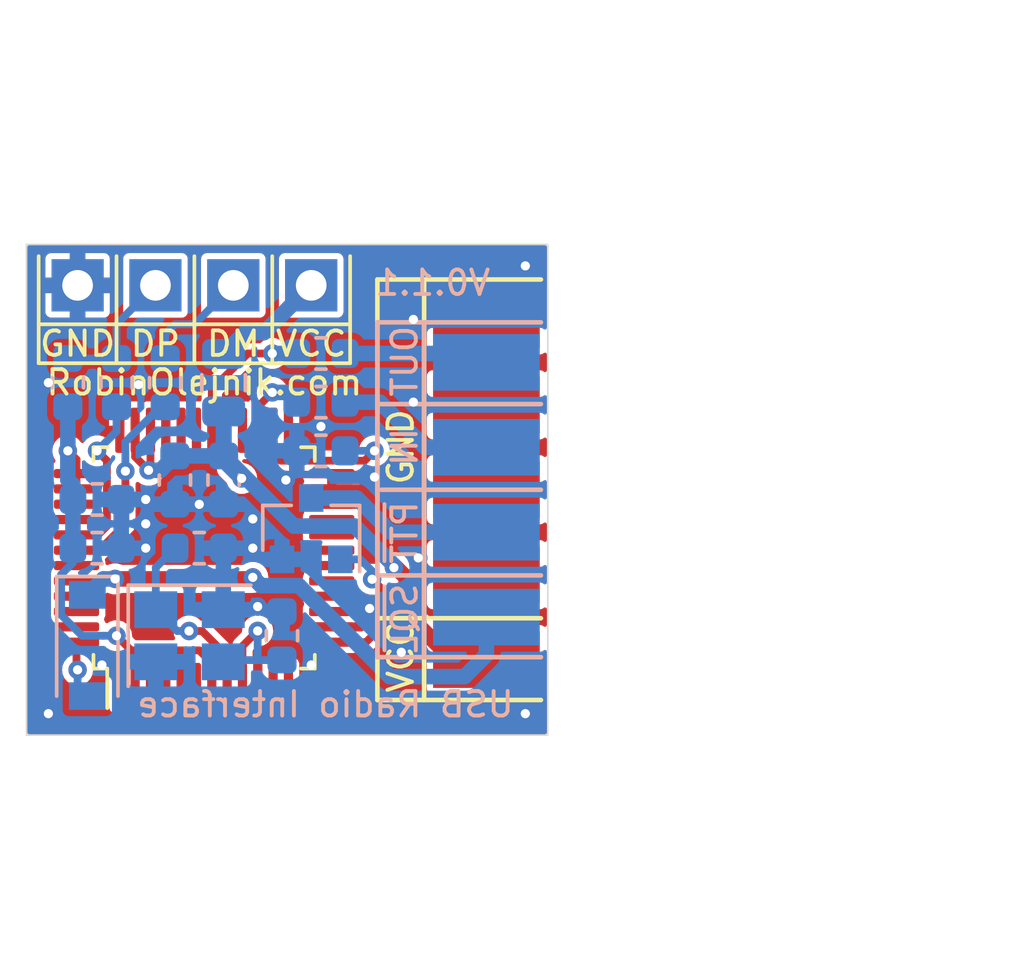
<source format=kicad_pcb>
(kicad_pcb (version 20240108) (generator "pcbnew") (generator_version "8.0")
  (title_block (title "Mini USB Radio Interface") (date "2024-05-01") (rev "0.1.1") (company "Robin Olejnik") (comment 2 "License: MIT") (comment 3 "www.robinolejnik.com") (comment 4 "https://github.com/robinolejnik/mini-usb-radio-interface"))
  (layers (0 "F.Cu" signal) (31 "B.Cu" signal) (34 "B.Paste" user) (35 "F.Paste" user) (36 "B.SilkS" user "B.Silkscreen") (37 "F.SilkS" user "F.Silkscreen") (38 "B.Mask" user) (39 "F.Mask" user) (44 "Edge.Cuts" user))
  (net 0 "")
  (net 1 "GND")
  (net 2 "VCC")
  (net 3 "+3V3")
  (net 4 "Net-(U1-XI)")
  (net 5 "Net-(U1-XO)")
  (net 6 "AUDIO_OUT")
  (net 7 "Net-(U1-BGREF)")
  (net 8 "AUDIO_IN")
  (net 9 "SQUELCH")
  (net 10 "PTT")
  (net 11 "Net-(U1-LOL)")
  (net 12 "Net-(U1-MICIN)")
  (net 13 "Net-(D1-A)")
  (net 14 "Net-(J1-Pin_1)")
  (net 15 "Net-(J2-Pin_1)")
  (net 16 "Net-(J3-Pin_1)")
  (net 17 "Net-(Q1-G)")
  (net 18 "Net-(U1-USBDM)")
  (net 19 "Net-(U1-USBDP)")
  (footprint "Connector_Dsub:DSUB-9_Male_EdgeMount_P2.77mm" (layer "F.Cu") (at 177.8 101.6 90)
    (property "Reference" "J5" (hide yes))
    (property "Value" "DB9_Male")
    (fp_line (start 5.461 -3.556) (end 5.461 -2.159) (stroke (width 0.15)) (layer "B.SilkS"))
    (fp_line (start 2.794 -3.556) (end 2.794 1.778) (stroke (width 0.15)) (layer "B.SilkS"))
    (fp_line (start -2.794 -3.556) (end 5.461 -3.556) (stroke (width 0.15)) (layer "B.SilkS"))
    (fp_line (start -2.794 -3.556) (end -5.461 -3.556) (stroke (width 0.15)) (layer "B.SilkS"))
    (fp_line (start -5.461 -3.556) (end -5.461 -2.159) (stroke (width 0.15)) (layer "B.SilkS"))
    (fp_line (start 0 -3.429) (end 0 1.778) (stroke (width 0.15)) (layer "B.SilkS"))
    (fp_line (start 5.461 -2.159) (end 5.461 1.778) (stroke (width 0.15)) (layer "B.SilkS"))
    (fp_line (start -2.794 -2.159) (end -2.794 -3.556) (stroke (width 0.15)) (layer "B.SilkS"))
    (fp_line (start -5.461 -2.159) (end -5.461 1.778) (stroke (width 0.15)) (layer "B.SilkS"))
    (fp_line (start -2.794 -2.032) (end 5.461 -2.032) (stroke (width 0.15)) (layer "B.SilkS"))
    (fp_line (start -2.794 -2.032) (end -5.461 -2.032) (stroke (width 0.15)) (layer "B.SilkS"))
    (fp_line (start -2.794 1.778) (end -2.794 -2.159) (stroke (width 0.15)) (layer "B.SilkS"))
    (fp_line (start 6.858 -3.556) (end 6.858 1.778) (stroke (width 0.15)) (layer "F.SilkS"))
    (fp_line (start -4.191 -3.556) (end 6.858 -3.556) (stroke (width 0.15)) (layer "F.SilkS"))
    (fp_line (start -4.191 -3.556) (end -6.858 -3.556) (stroke (width 0.15)) (layer "F.SilkS"))
    (fp_line (start -6.858 -3.556) (end -6.858 1.778) (stroke (width 0.15)) (layer "F.SilkS"))
    (fp_line (start 6.858 -2.032) (end -6.858 -2.032) (stroke (width 0.15)) (layer "F.SilkS"))
    (fp_line (start -4.191 1.778) (end -4.191 -3.556) (stroke (width 0.15)) (layer "F.SilkS"))
    (fp_text user "~{SQL}" (at -4.191 -2.667 90) (layer "B.SilkS") (effects (font (size 0.8 0.8) (thickness 0.125)) (justify mirror)))
    (fp_text user "OUT" (at 4.191 -2.667 90) (layer "B.SilkS") (effects (font (size 0.8 0.8) (thickness 0.125)) (justify mirror)))
    (fp_text user "IN" (at 1.397 -2.667 90) (layer "B.SilkS") (effects (font (size 0.8 0.8) (thickness 0.125)) (justify mirror)))
    (fp_text user "~{PTT}" (at -1.397 -2.667 90) (layer "B.SilkS") (effects (font (size 0.8 0.8) (thickness 0.125)) (justify mirror)))
    (fp_text user "GND" (at 1.397 -2.794 90) (layer "F.SilkS") (effects (font (size 0.8 0.8) (thickness 0.125))))
    (fp_text user "VCC" (at -5.461 -2.794 90) (layer "F.SilkS") (effects (font (size 0.8 0.8) (thickness 0.125))))
    (pad "1" smd rect (at -5.54 0 90) (size 1.846667 3.48) (layers "F.Cu" "F.Mask") (net 2 "VCC"))
    (pad "2" smd rect (at -2.77 0 90) (size 1.846667 3.48) (layers "F.Cu" "F.Mask") (net 1 "GND"))
    (pad "3" smd rect (at 0 0 90) (size 1.846667 3.48) (layers "F.Cu" "F.Mask") (net 1 "GND"))
    (pad "4" smd rect (at 2.77 0 90) (size 1.846667 3.48) (layers "F.Cu" "F.Mask") (net 1 "GND"))
    (pad "5" smd rect (at 5.54 0 90) (size 1.846667 3.48) (layers "F.Cu" "F.Mask") (net 1 "GND"))
    (pad "6" smd rect (at -4.155 0 90) (size 1.846667 3.48) (layers "B.Cu" "B.Mask") (net 9 "SQUELCH"))
    (pad "7" smd rect (at -1.385 0 90) (size 1.846667 3.48) (layers "B.Cu" "B.Mask") (net 10 "PTT"))
    (pad "8" smd rect (at 1.385 0 90) (size 1.846667 3.48) (layers "B.Cu" "B.Mask") (net 8 "AUDIO_IN"))
    (pad "9" smd rect (at 4.155 0 90) (size 1.846667 3.48) (layers "B.Cu" "B.Mask") (net 6 "AUDIO_OUT"))
  )
  (footprint "Connector_PinHeader_2.54mm:PinHeader_1x01_P2.54mm_Vertical" (layer "F.Cu") (at 167.005 94.9325)
    (property "Reference" "J2" (hide yes))
    (property "Value" "DP" (at 0 1.905 0) (layer "F.SilkS") (effects (font (size 0.8 0.8) (thickness 0.125))))
    (pad "1" thru_hole rect (at 0 0) (size 1.7 1.7) (drill 1) (layers "*.Cu" "*.Mask") (net 15 "Net-(J2-Pin_1)"))
  )
  (footprint "Connector_PinHeader_2.54mm:PinHeader_1x01_P2.54mm_Vertical" (layer "F.Cu") (at 172.085 94.9325)
    (property "Reference" "J1" (hide yes))
    (property "Value" "VCC" (at 0 1.905 0) (layer "F.SilkS") (effects (font (size 0.8 0.8) (thickness 0.125))))
    (pad "1" thru_hole rect (at 0 0) (size 1.7 1.7) (drill 1) (layers "*.Cu" "*.Mask") (net 14 "Net-(J1-Pin_1)"))
  )
  (footprint "Connector_PinHeader_2.54mm:PinHeader_1x01_P2.54mm_Vertical" (layer "F.Cu") (at 169.545 94.9325)
    (property "Reference" "J3" (hide yes))
    (property "Value" "DM" (at 0 1.905 180) (layer "F.SilkS") (effects (font (size 0.8 0.8) (thickness 0.125))))
    (pad "1" thru_hole rect (at 0 0) (size 1.7 1.7) (drill 1) (layers "*.Cu" "*.Mask") (net 16 "Net-(J3-Pin_1)"))
  )
  (footprint "Connector_PinHeader_2.54mm:PinHeader_1x01_P2.54mm_Vertical" (layer "F.Cu") (at 164.465 94.9325)
    (property "Reference" "J4" (hide yes))
    (property "Value" "GND" (at 0 1.905 0) (layer "F.SilkS") (effects (font (size 0.8 0.8) (thickness 0.125))))
    (pad "1" thru_hole rect (at 0 0) (size 1.7 1.7) (drill 1) (layers "*.Cu" "*.Mask") (net 1 "GND"))
  )
  (footprint "Package_QFP:LQFP-48_7x7mm_P0.5mm" (layer "F.Cu") (at 168.5925 103.8225 90)
    (property "Reference" "U1" (hide yes))
    (property "Value" "CM108AH")
    (fp_line (start 3.61 -3.61) (end 3.61 -3.16) (stroke (width 0.12)) (layer "F.SilkS"))
    (fp_line (start 3.16 -3.61) (end 3.61 -3.61) (stroke (width 0.12)) (layer "F.SilkS"))
    (fp_line (start -3.16 -3.61) (end -3.61 -3.61) (stroke (width 0.12)) (layer "F.SilkS"))
    (fp_line (start -3.61 -3.61) (end -3.61 -3.16) (stroke (width 0.12)) (layer "F.SilkS"))
    (fp_line (start -3.61 -3.16) (end -4.9 -3.16) (stroke (width 0.12)) (layer "F.SilkS"))
    (fp_line (start 3.61 3.61) (end 3.61 3.16) (stroke (width 0.12)) (layer "F.SilkS"))
    (fp_line (start 3.16 3.61) (end 3.61 3.61) (stroke (width 0.12)) (layer "F.SilkS"))
    (fp_line (start -3.16 3.61) (end -3.61 3.61) (stroke (width 0.12)) (layer "F.SilkS"))
    (fp_line (start -3.61 3.61) (end -3.61 3.16) (stroke (width 0.12)) (layer "F.SilkS"))
    (pad "1" smd roundrect (at -4.1625 -2.75 90) (size 1.475 0.3) (layers "F.Cu" "F.Paste" "F.Mask"))
    (pad "2" smd roundrect (at -4.1625 -2.25 90) (size 1.475 0.3) (layers "F.Cu" "F.Paste" "F.Mask"))
    (pad "3" smd roundrect (at -4.1625 -1.75 90) (size 1.475 0.3) (layers "F.Cu" "F.Paste" "F.Mask"))
    (pad "4" smd roundrect (at -4.1625 -1.25 90) (size 1.475 0.3) (layers "F.Cu" "F.Paste" "F.Mask"))
    (pad "5" smd roundrect (at -4.1625 -0.75 90) (size 1.475 0.3) (layers "F.Cu" "F.Paste" "F.Mask"))
    (pad "6" smd roundrect (at -4.1625 -0.25 90) (size 1.475 0.3) (layers "F.Cu" "F.Paste" "F.Mask"))
    (pad "7" smd roundrect (at -4.1625 0.25 90) (size 1.475 0.3) (layers "F.Cu" "F.Paste" "F.Mask") (net 3 "+3V3"))
    (pad "8" smd roundrect (at -4.1625 0.75 90) (size 1.475 0.3) (layers "F.Cu" "F.Paste" "F.Mask") (net 4 "Net-(U1-XI)"))
    (pad "9" smd roundrect (at -4.1625 1.25 90) (size 1.475 0.3) (layers "F.Cu" "F.Paste" "F.Mask") (net 5 "Net-(U1-XO)"))
    (pad "10" smd roundrect (at -4.1625 1.75 90) (size 1.475 0.3) (layers "F.Cu" "F.Paste" "F.Mask") (net 1 "GND"))
    (pad "11" smd roundrect (at -4.1625 2.25 90) (size 1.475 0.3) (layers "F.Cu" "F.Paste" "F.Mask"))
    (pad "12" smd roundrect (at -4.1625 2.75 90) (size 1.475 0.3) (layers "F.Cu" "F.Paste" "F.Mask"))
    (pad "13" smd roundrect (at -2.75 4.1625 90) (size 0.3 1.475) (layers "F.Cu" "F.Paste" "F.Mask") (net 17 "Net-(Q1-G)"))
    (pad "14" smd roundrect (at -2.25 4.1625 90) (size 0.3 1.475) (layers "F.Cu" "F.Paste" "F.Mask") (net 1 "GND"))
    (pad "15" smd roundrect (at -1.75 4.1625 90) (size 0.3 1.475) (layers "F.Cu" "F.Paste" "F.Mask"))
    (pad "16" smd roundrect (at -1.25 4.1625 90) (size 0.3 1.475) (layers "F.Cu" "F.Paste" "F.Mask"))
    (pad "17" smd roundrect (at -0.75 4.1625 90) (size 0.3 1.475) (layers "F.Cu" "F.Paste" "F.Mask"))
    (pad "18" smd roundrect (at -0.25 4.1625 90) (size 0.3 1.475) (layers "F.Cu" "F.Paste" "F.Mask"))
    (pad "19" smd roundrect (at 0.25 4.1625 90) (size 0.3 1.475) (layers "F.Cu" "F.Paste" "F.Mask"))
    (pad "20" smd roundrect (at 0.75 4.1625 90) (size 0.3 1.475) (layers "F.Cu" "F.Paste" "F.Mask"))
    (pad "21" smd roundrect (at 1.25 4.1625 90) (size 0.3 1.475) (layers "F.Cu" "F.Paste" "F.Mask"))
    (pad "22" smd roundrect (at 1.75 4.1625 90) (size 0.3 1.475) (layers "F.Cu" "F.Paste" "F.Mask") (net 1 "GND"))
    (pad "23" smd roundrect (at 2.25 4.1625 90) (size 0.3 1.475) (layers "F.Cu" "F.Paste" "F.Mask") (net 1 "GND"))
    (pad "24" smd roundrect (at 2.75 4.1625 90) (size 0.3 1.475) (layers "F.Cu" "F.Paste" "F.Mask") (net 1 "GND"))
    (pad "25" smd roundrect (at 4.1625 2.75 90) (size 1.475 0.3) (layers "F.Cu" "F.Paste" "F.Mask"))
    (pad "26" smd roundrect (at 4.1625 2.25 90) (size 1.475 0.3) (layers "F.Cu" "F.Paste" "F.Mask") (net 7 "Net-(U1-BGREF)"))
    (pad "27" smd roundrect (at 4.1625 1.75 90) (size 1.475 0.3) (layers "F.Cu" "F.Paste" "F.Mask") (net 12 "Net-(U1-MICIN)"))
    (pad "28" smd roundrect (at 4.1625 1.25 90) (size 1.475 0.3) (layers "F.Cu" "F.Paste" "F.Mask"))
    (pad "29" smd roundrect (at 4.1625 0.75 90) (size 1.475 0.3) (layers "F.Cu" "F.Paste" "F.Mask") (net 2 "VCC"))
    (pad "30" smd roundrect (at 4.1625 0.25 90) (size 1.475 0.3) (layers "F.Cu" "F.Paste" "F.Mask") (net 11 "Net-(U1-LOL)"))
    (pad "31" smd roundrect (at 4.1625 -0.25 90) (size 1.475 0.3) (layers "F.Cu" "F.Paste" "F.Mask"))
    (pad "32" smd roundrect (at 4.1625 -0.75 90) (size 1.475 0.3) (layers "F.Cu" "F.Paste" "F.Mask"))
    (pad "33" smd roundrect (at 4.1625 -1.25 90) (size 1.475 0.3) (layers "F.Cu" "F.Paste" "F.Mask") (net 1 "GND"))
    (pad "34" smd roundrect (at 4.1625 -1.75 90) (size 1.475 0.3) (layers "F.Cu" "F.Paste" "F.Mask") (net 2 "VCC"))
    (pad "35" smd roundrect (at 4.1625 -2.25 90) (size 1.475 0.3) (layers "F.Cu" "F.Paste" "F.Mask") (net 2 "VCC"))
    (pad "36" smd roundrect (at 4.1625 -2.75 90) (size 1.475 0.3) (layers "F.Cu" "F.Paste" "F.Mask") (net 1 "GND"))
    (pad "37" smd roundrect (at 2.75 -4.1625 90) (size 0.3 1.475) (layers "F.Cu" "F.Paste" "F.Mask") (net 3 "+3V3"))
    (pad "38" smd roundrect (at 2.25 -4.1625 90) (size 0.3 1.475) (layers "F.Cu" "F.Paste" "F.Mask") (net 3 "+3V3"))
    (pad "39" smd roundrect (at 1.75 -4.1625 90) (size 0.3 1.475) (layers "F.Cu" "F.Paste" "F.Mask"))
    (pad "40" smd roundrect (at 1.25 -4.1625 90) (size 0.3 1.475) (layers "F.Cu" "F.Paste" "F.Mask"))
    (pad "41" smd roundrect (at 0.75 -4.1625 90) (size 0.3 1.475) (layers "F.Cu" "F.Paste" "F.Mask") (net 19 "Net-(U1-USBDP)"))
    (pad "42" smd roundrect (at 0.25 -4.1625 90) (size 0.3 1.475) (layers "F.Cu" "F.Paste" "F.Mask") (net 18 "Net-(U1-USBDM)"))
    (pad "43" smd roundrect (at -0.25 -4.1625 90) (size 0.3 1.475) (layers "F.Cu" "F.Paste" "F.Mask"))
    (pad "44" smd roundrect (at -0.75 -4.1625 90) (size 0.3 1.475) (layers "F.Cu" "F.Paste" "F.Mask"))
    (pad "45" smd roundrect (at -1.25 -4.1625 90) (size 0.3 1.475) (layers "F.Cu" "F.Paste" "F.Mask"))
    (pad "46" smd roundrect (at -1.75 -4.1625 90) (size 0.3 1.475) (layers "F.Cu" "F.Paste" "F.Mask"))
    (pad "47" smd roundrect (at -2.25 -4.1625 90) (size 0.3 1.475) (layers "F.Cu" "F.Paste" "F.Mask"))
    (pad "48" smd roundrect (at -2.75 -4.1625 90) (size 0.3 1.475) (layers "F.Cu" "F.Paste" "F.Mask") (net 13 "Net-(D1-A)"))
  )
  (footprint "Diode_SMD:D_SOD-123" (layer "B.Cu") (at 164.7825 106.68 -90)
    (property "Reference" "D1" (hide yes))
    (property "Value" "B5819W(BAT46W)")
    (fp_line (start -2.25 1) (end 1.65 1) (stroke (width 0.12)) (layer "B.SilkS"))
    (fp_line (start -2.25 1) (end -2.25 -1) (stroke (width 0.12)) (layer "B.SilkS"))
    (fp_line (start -2.25 -1) (end 1.65 -1) (stroke (width 0.12)) (layer "B.SilkS"))
    (pad "1" smd rect (at -1.65 0 270) (size 0.9 1.2) (layers "B.Cu" "B.Paste" "B.Mask") (net 9 "SQUELCH"))
    (pad "2" smd rect (at 1.65 0 270) (size 0.9 1.2) (layers "B.Cu" "B.Paste" "B.Mask") (net 13 "Net-(D1-A)"))
  )
  (footprint "Capacitor_SMD:C_0603_1608Metric" (layer "B.Cu") (at 169.2275 101.2825 -90)
    (property "Reference" "C3" (hide yes))
    (property "Value" "100n")
    (fp_line (start -0.162779 0.51) (end 0.162779 0.51) (stroke (width 0.12)) (layer "B.SilkS"))
    (fp_line (start -0.162779 -0.51) (end 0.162779 -0.51) (stroke (width 0.12)) (layer "B.SilkS"))
    (pad "1" smd roundrect (at -0.7875 0 270) (size 0.875 0.95) (layers "B.Cu" "B.Paste" "B.Mask") (net 2 "VCC"))
    (pad "2" smd roundrect (at 0.7875 0 270) (size 0.875 0.95) (layers "B.Cu" "B.Paste" "B.Mask") (net 1 "GND"))
  )
  (footprint "Capacitor_SMD:C_0603_1608Metric" (layer "B.Cu") (at 168.43375 103.505)
    (property "Reference" "C1" (hide yes))
    (property "Value" "20p")
    (fp_line (start -0.162779 -0.51) (end 0.162779 -0.51) (stroke (width 0.12)) (layer "B.SilkS"))
    (fp_line (start -0.162779 0.51) (end 0.162779 0.51) (stroke (width 0.12)) (layer "B.SilkS"))
    (pad "1" smd roundrect (at -0.7875 0) (size 0.875 0.95) (layers "B.Cu" "B.Paste" "B.Mask") (net 4 "Net-(U1-XI)"))
    (pad "2" smd roundrect (at 0.7875 0) (size 0.875 0.95) (layers "B.Cu" "B.Paste" "B.Mask") (net 1 "GND"))
  )
  (footprint "Capacitor_SMD:C_0603_1608Metric" (layer "B.Cu") (at 171.1325 106.3625 90)
    (property "Reference" "C2" (hide yes))
    (property "Value" "20p")
    (fp_line (start -0.162779 -0.51) (end 0.162779 -0.51) (stroke (width 0.12)) (layer "B.SilkS"))
    (fp_line (start -0.162779 0.51) (end 0.162779 0.51) (stroke (width 0.12)) (layer "B.SilkS"))
    (pad "1" smd roundrect (at -0.7875 0 90) (size 0.875 0.95) (layers "B.Cu" "B.Paste" "B.Mask") (net 5 "Net-(U1-XO)"))
    (pad "2" smd roundrect (at 0.7875 0 90) (size 0.875 0.95) (layers "B.Cu" "B.Paste" "B.Mask") (net 1 "GND"))
  )
  (footprint "Resistor_SMD:R_0603_1608Metric" (layer "B.Cu") (at 167.3225 98.1075 90)
    (property "Reference" "R1" (hide yes))
    (property "Value" "22")
    (fp_line (start -0.162779 -0.51) (end 0.162779 -0.51) (stroke (width 0.12)) (layer "B.SilkS"))
    (fp_line (start -0.162779 0.51) (end 0.162779 0.51) (stroke (width 0.12)) (layer "B.SilkS"))
    (pad "1" smd roundrect (at -0.7875 0 90) (size 0.875 0.95) (layers "B.Cu" "B.Paste" "B.Mask") (net 18 "Net-(U1-USBDM)"))
    (pad "2" smd roundrect (at 0.7875 0 90) (size 0.875 0.95) (layers "B.Cu" "B.Paste" "B.Mask") (net 16 "Net-(J3-Pin_1)"))
  )
  (footprint "Capacitor_SMD:C_0603_1608Metric" (layer "B.Cu") (at 165.1 101.9175)
    (property "Reference" "C5" (hide yes))
    (property "Value" "100n")
    (fp_line (start -0.162779 -0.51) (end 0.162779 -0.51) (stroke (width 0.12)) (layer "B.SilkS"))
    (fp_line (start -0.162779 0.51) (end 0.162779 0.51) (stroke (width 0.12)) (layer "B.SilkS"))
    (pad "1" smd roundrect (at -0.7875 0) (size 0.875 0.95) (layers "B.Cu" "B.Paste" "B.Mask") (net 3 "+3V3"))
    (pad "2" smd roundrect (at 0.7875 0) (size 0.875 0.95) (layers "B.Cu" "B.Paste" "B.Mask") (net 1 "GND"))
  )
  (footprint "Capacitor_SMD:C_0603_1608Metric" (layer "B.Cu") (at 165.1 103.505)
    (property "Reference" "C6" (hide yes))
    (property "Value" "4.7u")
    (fp_line (start -0.162779 -0.51) (end 0.162779 -0.51) (stroke (width 0.12)) (layer "B.SilkS"))
    (fp_line (start -0.162779 0.51) (end 0.162779 0.51) (stroke (width 0.12)) (layer "B.SilkS"))
    (pad "1" smd roundrect (at -0.7875 0) (size 0.875 0.95) (layers "B.Cu" "B.Paste" "B.Mask") (net 3 "+3V3"))
    (pad "2" smd roundrect (at 0.7875 0) (size 0.875 0.95) (layers "B.Cu" "B.Paste" "B.Mask") (net 1 "GND"))
  )
  (footprint "Capacitor_SMD:C_0603_1608Metric" (layer "B.Cu") (at 172.4025 100.33 180)
    (property "Reference" "C7" (hide yes))
    (property "Value" "4.7u")
    (fp_line (start -0.162779 0.51) (end 0.162779 0.51) (stroke (width 0.12)) (layer "B.SilkS"))
    (fp_line (start -0.162779 -0.51) (end 0.162779 -0.51) (stroke (width 0.12)) (layer "B.SilkS"))
    (pad "1" smd roundrect (at -0.7875 0 180) (size 0.875 0.95) (layers "B.Cu" "B.Paste" "B.Mask") (net 7 "Net-(U1-BGREF)"))
    (pad "2" smd roundrect (at 0.7875 0 180) (size 0.875 0.95) (layers "B.Cu" "B.Paste" "B.Mask") (net 1 "GND"))
  )
  (footprint "Capacitor_SMD:C_0603_1608Metric" (layer "B.Cu") (at 172.4025 97.155 180)
    (property "Reference" "C8" (hide yes))
    (property "Value" "1u")
    (fp_line (start -0.162779 0.51) (end 0.162779 0.51) (stroke (width 0.12)) (layer "B.SilkS"))
    (fp_line (start -0.162779 -0.51) (end 0.162779 -0.51) (stroke (width 0.12)) (layer "B.SilkS"))
    (pad "1" smd roundrect (at -0.7875 0 180) (size 0.875 0.95) (layers "B.Cu" "B.Paste" "B.Mask") (net 6 "AUDIO_OUT"))
    (pad "2" smd roundrect (at 0.7875 0 180) (size 0.875 0.95) (layers "B.Cu" "B.Paste" "B.Mask") (net 11 "Net-(U1-LOL)"))
  )
  (footprint "Capacitor_SMD:C_0603_1608Metric" (layer "B.Cu") (at 172.4025 98.7425 180)
    (property "Reference" "C9" (hide yes))
    (property "Value" "1u")
    (fp_line (start -0.162779 0.51) (end 0.162779 0.51) (stroke (width 0.12)) (layer "B.SilkS"))
    (fp_line (start -0.162779 -0.51) (end 0.162779 -0.51) (stroke (width 0.12)) (layer "B.SilkS"))
    (pad "1" smd roundrect (at -0.7875 0 180) (size 0.875 0.95) (layers "B.Cu" "B.Paste" "B.Mask") (net 8 "AUDIO_IN"))
    (pad "2" smd roundrect (at 0.7875 0 180) (size 0.875 0.95) (layers "B.Cu" "B.Paste" "B.Mask") (net 12 "Net-(U1-MICIN)"))
  )
  (footprint "Package_TO_SOT_SMD:SOT-23" (layer "B.Cu") (at 172.085 102.87 90)
    (property "Reference" "Q1" (hide yes))
    (property "Value" "BSS138")
    (fp_line (start 0.76 -1.58) (end -0.7 -1.58) (stroke (width 0.12)) (layer "B.SilkS"))
    (fp_line (start 0.76 -1.58) (end 0.76 -0.65) (stroke (width 0.12)) (layer "B.SilkS"))
    (fp_line (start 0.76 1.58) (end 0.76 0.65) (stroke (width 0.12)) (layer "B.SilkS"))
    (fp_line (start 0.76 1.58) (end -1.4 1.58) (stroke (width 0.12)) (layer "B.SilkS"))
    (pad "1" smd rect (at -1 0.95 90) (size 0.9 0.8) (layers "B.Cu" "B.Paste" "B.Mask") (net 17 "Net-(Q1-G)"))
    (pad "2" smd rect (at -1 -0.95 90) (size 0.9 0.8) (layers "B.Cu" "B.Paste" "B.Mask") (net 1 "GND"))
    (pad "3" smd rect (at 1 0 90) (size 0.9 0.8) (layers "B.Cu" "B.Paste" "B.Mask") (net 10 "PTT"))
  )
  (footprint "Resistor_SMD:R_0603_1608Metric" (layer "B.Cu") (at 165.735 98.1075 90)
    (property "Reference" "R3" (hide yes))
    (property "Value" "22")
    (fp_line (start -0.162779 -0.51) (end 0.162779 -0.51) (stroke (width 0.12)) (layer "B.SilkS"))
    (fp_line (start -0.162779 0.51) (end 0.162779 0.51) (stroke (width 0.12)) (layer "B.SilkS"))
    (pad "1" smd roundrect (at -0.7875 0 90) (size 0.875 0.95) (layers "B.Cu" "B.Paste" "B.Mask") (net 19 "Net-(U1-USBDP)"))
    (pad "2" smd roundrect (at 0.7875 0 90) (size 0.875 0.95) (layers "B.Cu" "B.Paste" "B.Mask") (net 15 "Net-(J2-Pin_1)"))
  )
  (footprint "Capacitor_SMD:C_0603_1608Metric" (layer "B.Cu") (at 167.64 101.2825 -90)
    (property "Reference" "C4" (hide yes))
    (property "Value" "4.7u")
    (fp_line (start -0.162779 0.51) (end 0.162779 0.51) (stroke (width 0.12)) (layer "B.SilkS"))
    (fp_line (start -0.162779 -0.51) (end 0.162779 -0.51) (stroke (width 0.12)) (layer "B.SilkS"))
    (pad "1" smd roundrect (at -0.7875 0 270) (size 0.875 0.95) (layers "B.Cu" "B.Paste" "B.Mask") (net 2 "VCC"))
    (pad "2" smd roundrect (at 0.7875 0 270) (size 0.875 0.95) (layers "B.Cu" "B.Paste" "B.Mask") (net 1 "GND"))
  )
  (footprint "Resistor_SMD:R_0603_1608Metric" (layer "B.Cu") (at 164.1475 98.1075 -90)
    (property "Reference" "R2" (hide yes))
    (property "Value" "1.5k")
    (fp_line (start -0.162779 0.51) (end 0.162779 0.51) (stroke (width 0.12)) (layer "B.SilkS"))
    (fp_line (start -0.162779 -0.51) (end 0.162779 -0.51) (stroke (width 0.12)) (layer "B.SilkS"))
    (pad "1" smd roundrect (at -0.7875 0 270) (size 0.875 0.95) (layers "B.Cu" "B.Paste" "B.Mask") (net 15 "Net-(J2-Pin_1)"))
    (pad "2" smd roundrect (at 0.7875 0 270) (size 0.875 0.95) (layers "B.Cu" "B.Paste" "B.Mask") (net 3 "+3V3"))
  )
  (footprint "Inductor_SMD:L_0805_2012Metric" (layer "B.Cu") (at 169.2275 98.1075 90)
    (property "Reference" "L1" (hide yes))
    (property "Value" "10u")
    (fp_line (start -0.258578 -0.71) (end 0.258578 -0.71) (stroke (width 0.12)) (layer "B.SilkS"))
    (fp_line (start -0.258578 0.71) (end 0.258578 0.71) (stroke (width 0.12)) (layer "B.SilkS"))
    (pad "1" smd roundrect (at -0.9375 0 90) (size 0.975 1.4) (layers "B.Cu" "B.Paste" "B.Mask") (net 2 "VCC"))
    (pad "2" smd roundrect (at 0.9375 0 90) (size 0.975 1.4) (layers "B.Cu" "B.Paste" "B.Mask") (net 14 "Net-(J1-Pin_1)"))
  )
  (footprint "Crystal:Crystal_SMD_3225-4Pin_3.2x2.5mm" (layer "B.Cu") (at 168.11625 106.3625)
    (property "Reference" "Y1" (hide yes))
    (property "Value" "12M")
    (fp_line (start -2 -1.65) (end 2 -1.65) (stroke (width 0.12)) (layer "B.SilkS"))
    (fp_line (start -2 1.65) (end -2 -1.65) (stroke (width 0.12)) (layer "B.SilkS"))
    (pad "1" smd rect (at -1.1 -0.85) (size 1.4 1.2) (layers "B.Cu" "B.Paste" "B.Mask") (net 4 "Net-(U1-XI)"))
    (pad "2" smd rect (at 1.1 -0.85) (size 1.4 1.2) (layers "B.Cu" "B.Paste" "B.Mask") (net 1 "GND"))
    (pad "3" smd rect (at 1.1 0.85) (size 1.4 1.2) (layers "B.Cu" "B.Paste" "B.Mask") (net 5 "Net-(U1-XO)"))
    (pad "4" smd rect (at -1.1 0.85) (size 1.4 1.2) (layers "B.Cu" "B.Paste" "B.Mask") (net 1 "GND"))
  )
  (gr_line (start 173.355 97.4725) (end 173.355 93.98) (stroke (width 0.12)) (layer "F.SilkS"))
  (gr_line (start 168.275 93.98) (end 168.275 97.4725) (stroke (width 0.12)) (layer "F.SilkS"))
  (gr_line (start 165.735 93.98) (end 165.735 97.4725) (stroke (width 0.12)) (layer "F.SilkS"))
  (gr_line (start 163.195 93.98) (end 163.195 97.4725) (stroke (width 0.12)) (layer "F.SilkS"))
  (gr_line (start 170.815 93.98) (end 170.815 97.4725) (stroke (width 0.12)) (layer "F.SilkS"))
  (gr_line (start 163.195 97.4725) (end 173.355 97.4725) (stroke (width 0.12)) (layer "F.SilkS"))
  (gr_line (start 163.195 96.2025) (end 173.355 96.2025) (stroke (width 0.12)) (layer "F.SilkS"))
  (gr_line (start 162.8 93.6) (end 162.8 109.6) (stroke (width 0.05)) (layer "Edge.Cuts"))
  (gr_line (start 179.8 109.6) (end 162.8 109.6) (stroke (width 0.05)) (layer "Edge.Cuts"))
  (gr_line (start 179.8 93.6) (end 179.8 109.6) (stroke (width 0.05)) (layer "Edge.Cuts"))
  (gr_line (start 179.8 93.6) (end 162.8 93.6) (stroke (width 0.05)) (layer "Edge.Cuts"))
  (gr_text "USB Radio Interface" (at 172.55 108.6 0) (layer "B.SilkS") (effects (font (size 0.8 0.8) (thickness 0.125)) (justify mirror)))
  (gr_text "V0.1.1" (at 176.05 94.85 0) (layer "B.SilkS") (effects (font (size 0.8 0.8) (thickness 0.125)) (justify mirror)))
  (gr_text "RobinOlejnik.com" (at 168.6 98.1 0) (layer "F.SilkS") (effects (font (size 0.8 0.8) (thickness 0.125))))
  (via (at 174.14875 101.18625) (size 0.6) (drill 0.3) (layers "F.Cu" "B.Cu") (net 1))
  (via (at 170.18 102.5525) (size 0.6) (drill 0.3) (layers "F.Cu" "B.Cu") (net 1))
  (via (at 166.6875 103.505) (size 0.6) (drill 0.3) (layers "F.Cu" "B.Cu") (net 1))
  (via (at 168.43375 102.07625) (size 0.6) (drill 0.3) (layers "F.Cu" "B.Cu") (net 1))
  (via (at 173.99 105.4725) (size 0.6) (drill 0.3) (layers "F.Cu" "B.Cu") (net 1))
  (via (at 175.41875 96.04375) (size 0.6) (drill 0.3) (layers "F.Cu" "B.Cu") (net 1))
  (via (at 170.18 103.505) (size 0.6) (drill 0.3) (layers "F.Cu" "B.Cu") (net 1))
  (via (at 172.4025 99.53625) (size 0.6) (drill 0.3) (layers "F.Cu" "B.Cu") (net 1))
  (via (at 175.5775 103.8225) (size 0.6) (drill 0.3) (layers "F.Cu" "B.Cu") (net 1))
  (via (at 163.5125 98.1075) (size 0.6) (drill 0.3) (layers "F.Cu" "B.Cu") (net 1))
  (via (at 166.6875 102.71125) (size 0.6) (drill 0.3) (layers "F.Cu" "B.Cu") (net 1))
  (via (at 165.25875 107.315) (size 0.6) (drill 0.3) (layers "F.Cu" "B.Cu") (net 1))
  (via (at 166.45125 98.17) (size 0.6) (drill 0.3) (layers "F.Cu" "B.Cu") (net 1))
  (via (at 166.6875 101.9175) (size 0.6) (drill 0.3) (layers "F.Cu" "B.Cu") (net 1))
  (via (at 175.02375 106.90125) (size 0.6) (drill 0.3) (layers "F.Cu" "B.Cu") (net 1))
  (via (at 175.41875 98.7425) (size 0.6) (drill 0.3) (layers "F.Cu" "B.Cu") (net 1))
  (via (at 171.2595 101.2825) (size 0.6) (drill 0.3) (layers "F.Cu" "B.Cu") (net 1))
  (via (at 172.085 107.315) (size 0.6) (drill 0.3) (layers "F.Cu" "B.Cu") (net 1))
  (via (at 170.33875 105.41) (size 0.6) (drill 0.3) (layers "F.Cu" "B.Cu") (net 1))
  (via (at 179.07 108.9025) (size 0.6) (drill 0.3) (layers "F.Cu" "B.Cu") (net 1))
  (via (at 179.07 94.2975) (size 0.6) (drill 0.3) (layers "F.Cu" "B.Cu") (net 1))
  (via (at 163.5125 108.9025) (size 0.6) (drill 0.3) (layers "F.Cu" "B.Cu") (net 1))
  (segment (start 175.1825 104.464616) (end 174.857884 104.14) (width 0.508) (layer "F.Cu") (net 2))
  (segment (start 166.3425 100.527539) (end 166.3425 99.66) (width 0.254) (layer "F.Cu") (net 2))
  (segment (start 177.8 107.14) (end 176.69125 107.14) (width 0.508) (layer "F.Cu") (net 2))
  (segment (start 174.857884 104.14) (end 174.783756 104.14) (width 0.508) (layer "F.Cu") (net 2))
  (segment (start 166.6875 100.872997) (end 166.779503 100.965) (width 0.254) (layer "F.Cu") (net 2))
  (segment (start 166.8425 100.902003) (end 166.779503 100.965) (width 0.254) (layer "F.Cu") (net 2))
  (segment (start 166.8425 99.66) (end 166.8425 99.85) (width 0.254) (layer "F.Cu") (net 2))
  (segment (start 169.651012 101.229762) (end 169.3425 100.92125) (width 0.254) (layer "F.Cu") (net 2))
  (segment (start 169.3425 100.5325) (end 169.3425 99.66) (width 0.254) (layer "F.Cu") (net 2))
  (segment (start 166.779503 100.965) (end 166.779503 100.964542) (width 0.254) (layer "F.Cu") (net 2))
  (segment (start 169.815596 101.229762) (end 169.651012 101.229762) (width 0.254) (layer "F.Cu") (net 2))
  (segment (start 166.779503 100.964542) (end 166.3425 100.527539) (width 0.254) (layer "F.Cu") (net 2))
  (segment (start 175.1825 105.63125) (end 175.1825 104.464616) (width 0.508) (layer "F.Cu") (net 2))
  (segment (start 176.69125 107.14) (end 175.1825 105.63125) (width 0.508) (layer "F.Cu") (net 2))
  (segment (start 166.8425 99.66) (end 166.8425 100.902003) (width 0.254) (layer "F.Cu") (net 2))
  (segment (start 169.8425 101.202858) (end 169.815596 101.229762) (width 0.254) (layer "F.Cu") (net 2))
  (segment (start 169.3425 100.92125) (end 169.3425 100.5325) (width 0.254) (layer "F.Cu") (net 2))
  (via (at 174.783756 104.14) (size 0.6) (drill 0.3) (layers "F.Cu" "B.Cu") (net 2))
  (via (at 169.815596 101.229762) (size 0.6) (drill 0.3) (layers "F.Cu" "B.Cu") (net 2))
  (via (at 166.779503 100.965) (size 0.6) (drill 0.3) (layers "F.Cu" "B.Cu") (net 2))
  (segment (start 169.2275 100.495) (end 169.2275 100.641666) (width 0.508) (layer "B.Cu") (net 2))
  (segment (start 171.522301 102.783551) (end 169.2275 100.48875) (width 0.508) (layer "B.Cu") (net 2))
  (segment (start 167.64 100.495) (end 168.90375 100.495) (width 0.508) (layer "B.Cu") (net 2))
  (segment (start 174.783756 104.065874) (end 173.501433 102.783551) (width 0.508) (layer "B.Cu") (net 2))
  (segment (start 166.779503 100.965) (end 167.17 100.965) (width 0.508) (layer "B.Cu") (net 2))
  (segment (start 169.2275 99.045) (end 169.2275 100.495) (width 0.508) (layer "B.Cu") (net 2))
  (segment (start 169.2275 99.5325) (end 169.2275 99.045) (width 0.508) (layer "B.Cu") (net 2))
  (segment (start 174.783756 104.14) (end 174.783756 104.065874) (width 0.508) (layer "B.Cu") (net 2))
  (segment (start 167.17 100.965) (end 167.64 100.495) (width 0.508) (layer "B.Cu") (net 2))
  (segment (start 169.2275 100.48875) (end 169.2275 99.5325) (width 0.508) (layer "B.Cu") (net 2))
  (segment (start 169.2275 100.495) (end 168.90375 100.495) (width 0.508) (layer "B.Cu") (net 2))
  (segment (start 169.2275 100.641666) (end 169.815596 101.229762) (width 0.508) (layer "B.Cu") (net 2))
  (segment (start 173.501433 102.783551) (end 171.522301 102.783551) (width 0.508) (layer "B.Cu") (net 2))
  (segment (start 164.43 100.6125) (end 164.1475 100.33) (width 0.254) (layer "F.Cu") (net 3))
  (segment (start 168.8425 107.985) (end 168.8425 107.2475) (width 0.254) (layer "F.Cu") (net 3))
  (segment (start 164.43 101.0725) (end 164.43 100.6125) (width 0.254) (layer "F.Cu") (net 3))
  (segment (start 168.8425 107.2475) (end 168.43375 106.83875) (width 0.254) (layer "F.Cu") (net 3))
  (segment (start 168.43375 106.83875) (end 166.211264 106.83875) (width 0.254) (layer "F.Cu") (net 3))
  (segment (start 164.43 101.5725) (end 164.43 101.0725) (width 0.254) (layer "F.Cu") (net 3))
  (segment (start 166.211264 106.83875) (end 165.735014 106.3625) (width 0.254) (layer "F.Cu") (net 3))
  (via (at 165.735014 106.3625) (size 0.6) (drill 0.3) (layers "F.Cu" "B.Cu") (net 3))
  (via (at 164.1475 100.33) (size 0.6) (drill 0.3) (layers "F.Cu" "B.Cu") (net 3))
  (segment (start 164.3125 103.505) (end 164.3125 101.9175) (width 0.508) (layer "B.Cu") (net 3))
  (segment (start 164.607798 106.3625) (end 165.31075 106.3625) (width 0.254) (layer "B.Cu") (net 3))
  (segment (start 164.3125 103.505) (end 164.3125 103.98) (width 0.254) (layer "B.Cu") (net 3))
  (segment (start 164.3125 101.4425) (end 164.1475 101.2775) (width 0.508) (layer "B.Cu") (net 3))
  (segment (start 164.3125 103.505) (end 164.3125 103.51125) (width 0.254) (layer "B.Cu") (net 3))
  (segment (start 164.1475 101.2775) (end 164.1475 100.33) (width 0.508) (layer "B.Cu") (net 3))
  (segment (start 163.928499 105.683201) (end 164.607798 106.3625) (width 0.254) (layer "B.Cu") (net 3))
  (segment (start 163.928499 104.364001) (end 163.928499 105.683201) (width 0.254) (layer "B.Cu") (net 3))
  (segment (start 164.1475 100.33) (end 164.1475 98.895) (width 0.508) (layer "B.Cu") (net 3))
  (segment (start 164.3125 103.98) (end 163.928499 104.364001) (width 0.254) (layer "B.Cu") (net 3))
  (segment (start 164.3125 101.9175) (end 164.3125 101.4425) (width 0.508) (layer "B.Cu") (net 3))
  (segment (start 165.31075 106.3625) (end 165.735014 106.3625) (width 0.254) (layer "B.Cu") (net 3))
  (segment (start 169.3425 107.985) (end 169.3425 107.025775) (width 0.254) (layer "F.Cu") (net 4))
  (segment (start 168.524196 106.207473) (end 168.099932 106.207473) (width 0.254) (layer "F.Cu") (net 4))
  (segment (start 169.3425 107.025775) (end 168.524196 106.207473) (width 0.254) (layer "F.Cu") (net 4))
  (via (at 168.099932 106.207473) (size 0.6) (drill 0.3) (layers "F.Cu" "B.Cu") (net 4))
  (segment (start 168.099932 106.207473) (end 167.711223 106.207473) (width 0.254) (layer "B.Cu") (net 4))
  (segment (start 167.711223 106.207473) (end 167.01625 105.5125) (width 0.254) (layer "B.Cu") (net 4))
  (segment (start 167.01625 104.135) (end 167.64625 103.505) (width 0.254) (layer "B.Cu") (net 4))
  (segment (start 167.01625 105.5125) (end 167.01625 104.135) (width 0.254) (layer "B.Cu") (net 4))
  (segment (start 170.33875 106.20375) (end 169.8425 106.7) (width 0.254) (layer "F.Cu") (net 5))
  (segment (start 169.8425 107.985) (end 169.8425 106.7) (width 0.254) (layer "F.Cu") (net 5))
  (via (at 170.33875 106.20375) (size 0.6) (drill 0.3) (layers "F.Cu" "B.Cu") (net 5))
  (segment (start 170.33875 106.20375) (end 170.33875 107.15625) (width 0.254) (layer "B.Cu") (net 5))
  (segment (start 169.21625 107.2125) (end 169.33 107.2125) (width 0.254) (layer "B.Cu") (net 5))
  (segment (start 169.27875 107.15) (end 169.21625 107.2125) (width 0.254) (layer "B.Cu") (net 5))
  (segment (start 171.1325 107.15) (end 171.12625 107.15625) (width 0.254) (layer "B.Cu") (net 5))
  (segment (start 169.38625 107.15625) (end 170.33875 107.15625) (width 0.254) (layer "B.Cu") (net 5))
  (segment (start 169.33 107.2125) (end 169.38625 107.15625) (width 0.254) (layer "B.Cu") (net 5))
  (segment (start 171.12625 107.15625) (end 170.33875 107.15625) (width 0.254) (layer "B.Cu") (net 5))
  (segment (start 177.51 97.155) (end 177.8 97.445) (width 0.508) (layer "B.Cu") (net 6))
  (segment (start 173.19 97.155) (end 177.51 97.155) (width 0.508) (layer "B.Cu") (net 6))
  (segment (start 173.848733 100.629999) (end 174.148732 100.33) (width 0.254) (layer "F.Cu") (net 7))
  (segment (start 173.827222 100.65151) (end 173.848733 100.629999) (width 0.254) (layer "F.Cu") (net 7))
  (segment (start 170.8425 100.3975) (end 171.09651 100.65151) (width 0.254) (layer "F.Cu") (net 7))
  (segment (start 171.09651 100.65151) (end 173.827222 100.65151) (width 0.254) (layer "F.Cu") (net 7))
  (segment (start 170.8425 99.66) (end 170.8425 100.3975) (width 0.254) (layer "F.Cu") (net 7))
  (via (at 174.148732 100.33) (size 0.6) (drill 0.3) (layers "F.Cu" "B.Cu") (net 7))
  (segment (start 173.19 100.33) (end 174.148732 100.33) (width 0.254) (layer "B.Cu") (net 7))
  (segment (start 174.32625 98.7425) (end 173.19 98.7425) (width 0.508) (layer "B.Cu") (net 8))
  (segment (start 177.8 100.215) (end 175.79875 100.215) (width 0.508) (layer "B.Cu") (net 8))
  (segment (start 175.79875 100.215) (end 174.32625 98.7425) (width 0.508) (layer "B.Cu") (net 8))
  (segment (start 170.129104 104.508396) (end 170.18 104.4575) (width 0.508) (layer "F.Cu") (net 9))
  (segment (start 165.687443 104.508396) (end 170.129104 104.508396) (width 0.508) (layer "F.Cu") (net 9))
  (via (at 170.18 104.4575) (size 0.6) (drill 0.3) (layers "F.Cu" "B.Cu") (net 9))
  (via (at 165.687443 104.508396) (size 0.6) (drill 0.3) (layers "F.Cu" "B.Cu") (net 9))
  (segment (start 170.451499 104.728999) (end 171.684865 104.728999) (width 0.508) (layer "B.Cu") (net 9))
  (segment (start 170.18 104.4575) (end 170.451499 104.728999) (width 0.508) (layer "B.Cu") (net 9))
  (segment (start 177.8 106.9825) (end 177.8 105.755) (width 0.508) (layer "B.Cu") (net 9))
  (segment (start 171.684865 104.728999) (end 174.650866 107.695) (width 0.508) (layer "B.Cu") (net 9))
  (segment (start 165.304104 104.508396) (end 164.7825 105.03) (width 0.508) (layer "B.Cu") (net 9))
  (segment (start 165.687443 104.508396) (end 165.304104 104.508396) (width 0.508) (layer "B.Cu") (net 9))
  (segment (start 177.0875 107.695) (end 177.8 106.9825) (width 0.508) (layer "B.Cu") (net 9))
  (segment (start 174.650866 107.695) (end 177.0875 107.695) (width 0.508) (layer "B.Cu") (net 9))
  (segment (start 172.085 101.87) (end 173.57 101.87) (width 0.508) (layer "B.Cu") (net 10))
  (segment (start 173.57 101.87) (end 174.685 102.985) (width 0.508) (layer "B.Cu") (net 10))
  (segment (start 174.685 102.985) (end 177.8 102.985) (width 0.508) (layer "B.Cu") (net 10))
  (segment (start 168.8425 98.33375) (end 170.02125 97.155) (width 0.254) (layer "F.Cu") (net 11))
  (segment (start 170.02125 97.155) (end 170.815 97.155) (width 0.254) (layer "F.Cu") (net 11))
  (segment (start 168.8425 99.66) (end 168.8425 98.33375) (width 0.254) (layer "F.Cu") (net 11))
  (via (at 170.815 97.155) (size 0.6) (drill 0.3) (layers "F.Cu" "B.Cu") (net 11))
  (segment (start 170.815 97.155) (end 171.615 97.155) (width 0.508) (layer "B.Cu") (net 11))
  (segment (start 170.3425 98.897514) (end 170.815014 98.425) (width 0.254) (layer "F.Cu") (net 12))
  (segment (start 170.815014 98.425) (end 170.815028 98.425) (width 0.254) (layer "F.Cu") (net 12))
  (segment (start 170.3425 99.66) (end 170.3425 98.897514) (width 0.254) (layer "F.Cu") (net 12))
  (via (at 170.815028 98.425) (size 0.6) (drill 0.3) (layers "F.Cu" "B.Cu") (net 12))
  (segment (start 171.2975 98.425) (end 171.615 98.7425) (width 0.508) (layer "B.Cu") (net 12))
  (segment (start 171.615 98.7425) (end 171.615 98.73) (width 0.508) (layer "B.Cu") (net 12))
  (segment (start 170.815028 98.425) (end 171.2975 98.425) (width 0.508) (layer "B.Cu") (net 12))
  (segment (start 164.43 107.43875) (end 164.465 107.47375) (width 0.254) (layer "F.Cu") (net 13))
  (segment (start 164.43 106.5725) (end 164.43 107.43875) (width 0.254) (layer "F.Cu") (net 13))
  (via (at 164.465 107.47375) (size 0.6) (drill 0.3) (layers "F.Cu" "B.Cu") (net 13))
  (segment (start 164.7825 108.33) (end 164.68625 108.33) (width 0.254) (layer "B.Cu") (net 13))
  (segment (start 164.465 108.10875) (end 164.465 107.47375) (width 0.254) (layer "B.Cu") (net 13))
  (segment (start 164.68625 108.33) (end 164.465 108.10875) (width 0.254) (layer "B.Cu") (net 13))
  (segment (start 170.543502 96.473998) (end 169.923502 96.473998) (width 0.508) (layer "B.Cu") (net 14))
  (segment (start 172.085 94.9325) (end 170.543502 96.473998) (width 0.508) (layer "B.Cu") (net 14))
  (segment (start 169.923502 96.473998) (end 169.2275 97.17) (width 0.508) (layer "B.Cu") (net 14))
  (segment (start 165.735 96.2025) (end 165.735 97.32) (width 0.254) (layer "B.Cu") (net 15))
  (segment (start 164.1475 97.32) (end 165.735 97.32) (width 0.254) (layer "B.Cu") (net 15))
  (segment (start 167.005 94.9325) (end 165.735 96.2025) (width 0.254) (layer "B.Cu") (net 15))
  (segment (start 167.3225 96.52) (end 167.3225 97.32) (width 0.254) (layer "B.Cu") (net 16))
  (segment (start 168.275 96.2025) (end 167.64 96.2025) (width 0.254) (layer "B.Cu") (net 16))
  (segment (start 167.64 96.2025) (end 167.3225 96.52) (width 0.254) (layer "B.Cu") (net 16))
  (segment (start 169.545 94.9325) (end 168.275 96.2025) (width 0.254) (layer "B.Cu") (net 16))
  (segment (start 174.371249 104.819993) (end 174.07125 104.519994) (width 0.254) (layer "F.Cu") (net 17))
  (segment (start 173.871764 106.5725) (end 174.674489 105.769775) (width 0.254) (layer "F.Cu") (net 17))
  (segment (start 172.755 106.5725) (end 173.871764 106.5725) (width 0.254) (layer "F.Cu") (net 17))
  (segment (start 174.674489 105.769775) (end 174.674489 105.123233) (width 0.254) (layer "F.Cu") (net 17))
  (segment (start 174.674489 105.123233) (end 174.371249 104.819993) (width 0.254) (layer "F.Cu") (net 17))
  (via (at 174.07125 104.519994) (size 0.6) (drill 0.3) (layers "F.Cu" "B.Cu") (net 17))
  (segment (start 173.035 103.87) (end 173.689 103.87) (width 0.254) (layer "B.Cu") (net 17))
  (segment (start 173.689 103.87) (end 174.07125 104.25225) (width 0.254) (layer "B.Cu") (net 17))
  (segment (start 174.07125 104.25225) (end 174.07125 104.519994) (width 0.254) (layer "B.Cu") (net 17))
  (segment (start 164.43 103.5725) (end 165.171621 103.5725) (width 0.254) (layer "F.Cu") (net 18))
  (segment (start 165.171621 103.5725) (end 166.024486 102.719635) (width 0.254) (layer "F.Cu") (net 18))
  (segment (start 166.024486 102.719635) (end 166.024486 101.417278) (width 0.254) (layer "F.Cu") (net 18))
  (segment (start 166.024486 101.417278) (end 166.024486 100.993014) (width 0.254) (layer "F.Cu") (net 18))
  (via (at 166.024486 100.993014) (size 0.6) (drill 0.3) (layers "F.Cu" "B.Cu") (net 18))
  (segment (start 167.3225 98.895) (end 167.17 98.895) (width 0.254) (layer "B.Cu") (net 18))
  (segment (start 166.024486 100.040514) (end 166.024486 100.993014) (width 0.254) (layer "B.Cu") (net 18))
  (segment (start 167.17 98.895) (end 166.024486 100.040514) (width 0.254) (layer "B.Cu") (net 18))
  (segment (start 165.132792 103.0725) (end 165.42151 102.783782) (width 0.254) (layer "F.Cu") (net 19))
  (segment (start 164.43 103.0725) (end 165.132792 103.0725) (width 0.254) (layer "F.Cu") (net 19))
  (segment (start 165.42151 102.783782) (end 165.42151 100.65151) (width 0.254) (layer "F.Cu") (net 19))
  (segment (start 165.42151 100.65151) (end 165.1 100.33) (width 0.254) (layer "F.Cu") (net 19))
  (via (at 165.1 100.33) (size 0.6) (drill 0.3) (layers "F.Cu" "B.Cu") (net 19))
  (segment (start 165.735 99.695) (end 165.735 98.895) (width 0.254) (layer "B.Cu") (net 19))
  (segment (start 165.1 100.33) (end 165.735 99.695) (width 0.254) (layer "B.Cu") (net 19))
  (zone (net 1) (net_name "GND") (layer "F.Cu") (connect_pads (clearance 0.2032)) (min_thickness 0.127) (fill yes (thermal_gap 0.2032) (thermal_bridge_width 0.508))
    (polygon (pts (xy 179.8 109.6) (xy 162.8 109.6) (xy 162.8 93.6) (xy 179.8 93.6)))
  )
  (zone (net 1) (net_name "GND") (layer "B.Cu") (connect_pads (clearance 0.2032)) (min_thickness 0.127) (fill yes (thermal_gap 0.2032) (thermal_bridge_width 0.508))
    (polygon (pts (xy 179.8 109.6) (xy 162.8 109.6) (xy 162.8 93.6) (xy 179.8 93.6)))
  )
)
</source>
